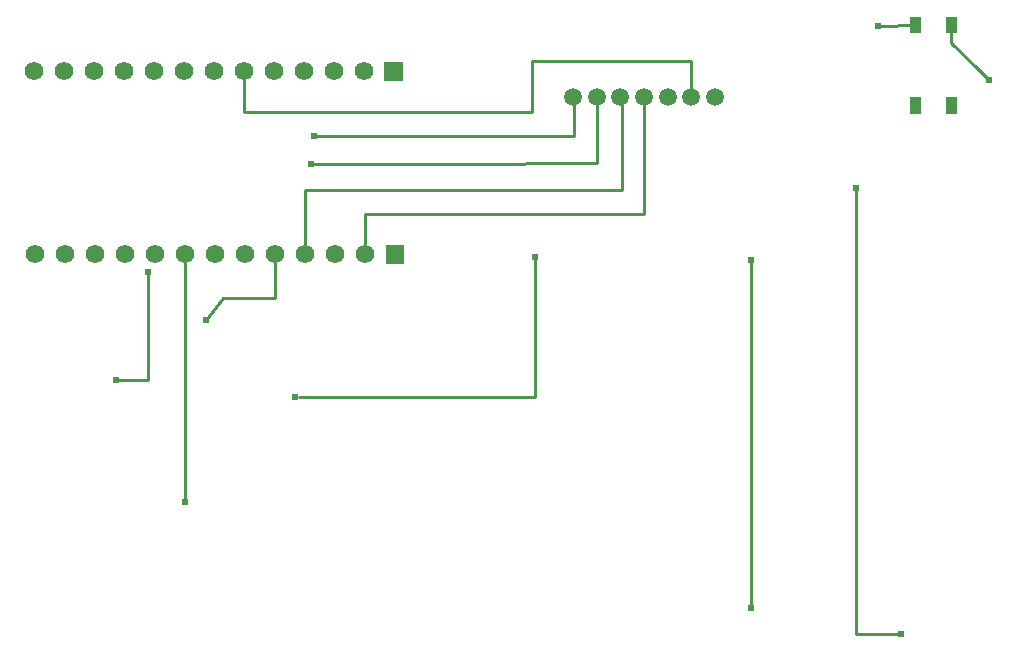
<source format=gbl>
G04 Layer: BottomLayer*
G04 EasyEDA v6.3.22, 2020-01-15T10:35:35+08:00*
G04 b15c4467bd8642d682841cabbe2267cb,0c247ba4ff554f47bef9fd8dabc8c001,10*
G04 Gerber Generator version 0.2*
G04 Scale: 100 percent, Rotated: No, Reflected: No *
G04 Dimensions in millimeters *
G04 leading zeros omitted , absolute positions ,3 integer and 3 decimal *
%FSLAX33Y33*%
%MOMM*%
G90*
G71D02*

%ADD10C,0.254000*%
%ADD11C,0.609600*%
%ADD13C,1.499997*%
%ADD15C,1.574800*%

%LPD*%
G54D10*
G01X79479Y52508D02*
G01X79479Y51034D01*
G01X81640Y48873D01*
G01X82677Y47836D01*
G01X73279Y52477D02*
G01X73279Y52477D01*
G01X76478Y52507D01*
G01X62484Y32596D02*
G01X62484Y3132D01*
G01X22225Y33104D02*
G01X22225Y29421D01*
G01X19380Y29421D01*
G01X17780Y29421D01*
G01X16657Y27890D01*
G01X16383Y27516D01*
G01X14605Y33104D02*
G01X14605Y12149D01*
G01X11430Y31580D02*
G01X11430Y26917D01*
G01X11430Y22436D01*
G01X8763Y22436D01*
G01X44196Y32850D02*
G01X44196Y32850D01*
G01X44196Y21039D01*
G01X30017Y21039D01*
G01X24257Y21039D01*
G01X71374Y38692D02*
G01X71374Y13074D01*
G01X71374Y973D01*
G01X75184Y973D01*
G01X25527Y43137D02*
G01X47498Y43137D01*
G01X47498Y46409D01*
G01X47467Y46439D01*
G01X49530Y46376D02*
G01X49466Y46439D01*
G01X49466Y46439D02*
G01X49466Y40851D01*
G01X37172Y40788D01*
G01X25273Y40724D01*
G01X24765Y33104D02*
G01X24765Y38565D01*
G01X51562Y38565D01*
G01X51562Y46344D01*
G01X51467Y46439D01*
G01X29845Y33104D02*
G01X29845Y36533D01*
G01X53467Y36533D01*
G01X53467Y46439D01*
G01X19558Y48598D02*
G01X19558Y45169D01*
G01X43942Y45169D01*
G01X43942Y49487D01*
G01X57404Y49487D01*
G01X57404Y46502D01*
G01X57466Y46439D01*
G36*
G01X79928Y45006D02*
G01X79928Y46406D01*
G01X79028Y46406D01*
G01X79028Y45006D01*
G01X79928Y45006D01*
G37*
G36*
G01X79928Y51806D02*
G01X79928Y53206D01*
G01X79028Y53206D01*
G01X79028Y51806D01*
G01X79928Y51806D01*
G37*
G36*
G01X76928Y45006D02*
G01X76928Y46406D01*
G01X76028Y46406D01*
G01X76028Y45006D01*
G01X76928Y45006D01*
G37*
G36*
G01X76928Y51806D02*
G01X76928Y53206D01*
G01X76028Y53206D01*
G01X76028Y51806D01*
G01X76928Y51806D01*
G37*
G54D15*
G01X1778Y48598D03*
G01X1905Y33104D03*
G54D13*
G01X47467Y46439D03*
G01X49467Y46439D03*
G01X51467Y46439D03*
G01X53467Y46439D03*
G01X55466Y46439D03*
G01X57466Y46439D03*
G01X59466Y46439D03*
G36*
G01X33045Y49386D02*
G01X31470Y49386D01*
G01X31470Y47811D01*
G01X33045Y47811D01*
G01X33045Y49386D01*
G37*
G54D15*
G01X29718Y48598D03*
G01X27178Y48598D03*
G01X24638Y48598D03*
G01X22098Y48598D03*
G01X19558Y48598D03*
G01X17018Y48598D03*
G01X14478Y48598D03*
G01X11938Y48598D03*
G01X9398Y48598D03*
G01X6858Y48598D03*
G01X4318Y48598D03*
G36*
G01X33172Y33892D02*
G01X31597Y33892D01*
G01X31597Y32317D01*
G01X33172Y32317D01*
G01X33172Y33892D01*
G37*
G01X29845Y33104D03*
G01X27305Y33104D03*
G01X24765Y33104D03*
G01X22225Y33104D03*
G01X19685Y33104D03*
G01X17145Y33104D03*
G01X14605Y33104D03*
G01X12065Y33104D03*
G01X9525Y33104D03*
G01X6985Y33104D03*
G01X4445Y33104D03*
G54D11*
G01X82677Y47836D03*
G01X73279Y52477D03*
G01X71374Y38692D03*
G01X75184Y973D03*
G01X62484Y32596D03*
G01X62484Y3132D03*
G01X16383Y27516D03*
G01X14605Y12149D03*
G01X11430Y31580D03*
G01X23876Y21039D03*
G01X8763Y22436D03*
G01X44196Y32850D03*
G01X25527Y43137D03*
G01X25273Y40724D03*
M00*
M02*

</source>
